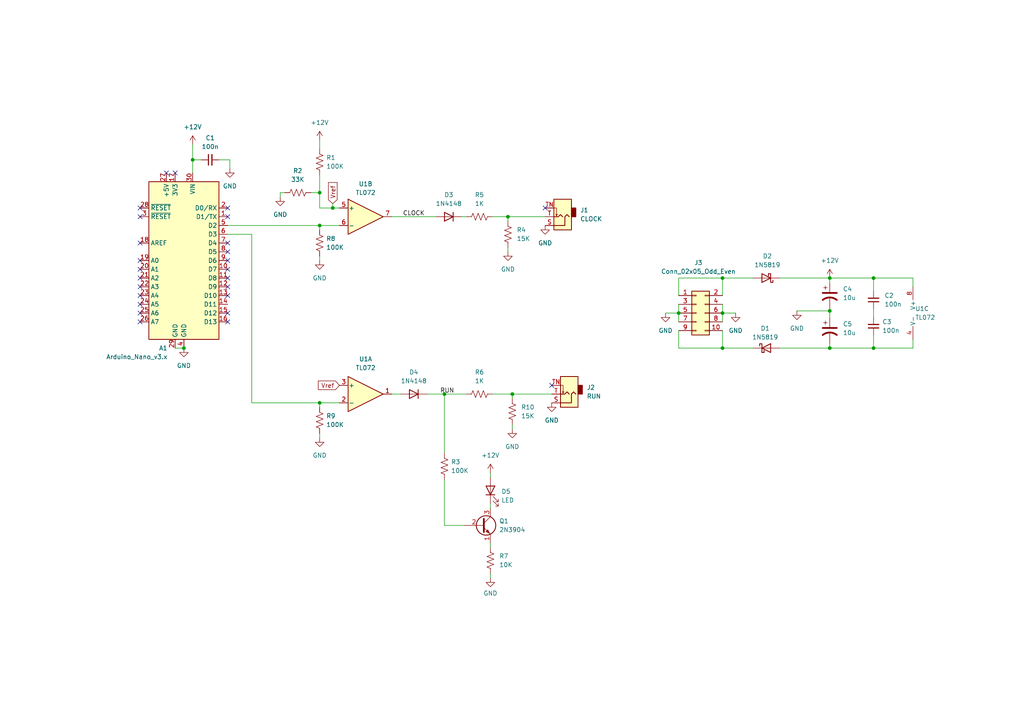
<source format=kicad_sch>
(kicad_sch (version 20230121) (generator eeschema)
  (paper "A4")
  (title_block (title "MIDI Transport Sync Interface") (date "2024-02-15") (rev "0"))
  (lib_symbols
    (symbol "Amplifier_Operational:TL072" (pin_names (offset 0.127))
      (property "Reference" "U" (at 0 5.08 0))
      (property "Value" "TL072" (at 0 -5.08 0))
      (symbol "TL072_1_1"
        (polyline (pts (xy -5.08 5.08) (xy 5.08 0) (xy -5.08 -5.08) (xy -5.08 5.08)) (stroke (width 0.254)) (fill (type background)))
        (pin output line (at 7.62 0 180) (length 2.54) (name "~") (number "1"))
        (pin input line (at -7.62 -2.54 0) (length 2.54) (name "-") (number "2"))
        (pin input line (at -7.62 2.54 0) (length 2.54) (name "+") (number "3"))
      )
      (symbol "TL072_2_1"
        (polyline (pts (xy -5.08 5.08) (xy 5.08 0) (xy -5.08 -5.08) (xy -5.08 5.08)) (stroke (width 0.254)) (fill (type background)))
        (pin input line (at -7.62 2.54 0) (length 2.54) (name "+") (number "5"))
        (pin input line (at -7.62 -2.54 0) (length 2.54) (name "-") (number "6"))
        (pin output line (at 7.62 0 180) (length 2.54) (name "~") (number "7"))
      )
      (symbol "TL072_3_1"
        (pin power_in line (at -2.54 -7.62 90) (length 3.81) (name "V-") (number "4"))
        (pin power_in line (at -2.54 7.62 270) (length 3.81) (name "V+") (number "8"))
      )
    )
    (symbol "Connector_Audio:AudioJack2_SwitchT"
      (property "Reference" "J" (at 0 8.89 0))
      (property "Value" "AudioJack2_SwitchT" (at 0 6.35 0))
      (symbol "AudioJack2_SwitchT_0_1"
        (rectangle (start -2.54 0) (end -3.81 -2.54) (stroke (width 0.254)) (fill (type outline)))
        (polyline (pts (xy 1.778 -0.254) (xy 2.032 -0.762)))
        (polyline (pts (xy 0 0) (xy 0.635 -0.635) (xy 1.27 0) (xy 2.54 0)) (stroke (width 0.254)))
        (polyline (pts (xy 2.54 -2.54) (xy 1.778 -2.54) (xy 1.778 -0.254) (xy 1.524 -0.762)))
        (polyline (pts (xy 2.54 2.54) (xy -0.635 2.54) (xy -0.635 0) (xy -1.27 -0.635) (xy -1.905 0)) (stroke (width 0.254)))
        (rectangle (start 2.54 3.81) (end -2.54 -5.08) (stroke (width 0.254)) (fill (type background)))
      )
      (symbol "AudioJack2_SwitchT_1_1"
        (pin passive line (at 5.08 2.54 180) (length 2.54) (name "~") (number "S"))
        (pin passive line (at 5.08 0 180) (length 2.54) (name "~") (number "T"))
        (pin passive line (at 5.08 -2.54 180) (length 2.54) (name "~") (number "TN"))
      )
    )
    (symbol "Connector_Generic:Conn_02x05_Odd_Even" (pin_names (offset 1.016) hide)
      (property "Reference" "J" (at 1.27 7.62 0))
      (property "Value" "Conn_02x05_Odd_Even" (at 1.27 -7.62 0))
      (symbol "Conn_02x05_Odd_Even_1_1"
        (rectangle (start -1.27 -4.953) (end 0 -5.207) (stroke (width 0.1524)))
        (rectangle (start -1.27 -2.413) (end 0 -2.667) (stroke (width 0.1524)))
        (rectangle (start -1.27 0.127) (end 0 -0.127) (stroke (width 0.1524)))
        (rectangle (start -1.27 2.667) (end 0 2.413) (stroke (width 0.1524)))
        (rectangle (start -1.27 5.207) (end 0 4.953) (stroke (width 0.1524)))
        (rectangle (start -1.27 6.35) (end 3.81 -6.35) (stroke (width 0.254)) (fill (type background)))
        (rectangle (start 3.81 -4.953) (end 2.54 -5.207) (stroke (width 0.1524)))
        (rectangle (start 3.81 -2.413) (end 2.54 -2.667) (stroke (width 0.1524)))
        (rectangle (start 3.81 0.127) (end 2.54 -0.127) (stroke (width 0.1524)))
        (rectangle (start 3.81 2.667) (end 2.54 2.413) (stroke (width 0.1524)))
        (rectangle (start 3.81 5.207) (end 2.54 4.953) (stroke (width 0.1524)))
        (pin passive line (at -5.08 5.08 0) (length 3.81) (name "Pin_1") (number "1"))
        (pin passive line (at 7.62 -5.08 180) (length 3.81) (name "Pin_10") (number "10"))
        (pin passive line (at 7.62 5.08 180) (length 3.81) (name "Pin_2") (number "2"))
        (pin passive line (at -5.08 2.54 0) (length 3.81) (name "Pin_3") (number "3"))
        (pin passive line (at 7.62 2.54 180) (length 3.81) (name "Pin_4") (number "4"))
        (pin passive line (at -5.08 0 0) (length 3.81) (name "Pin_5") (number "5"))
        (pin passive line (at 7.62 0 180) (length 3.81) (name "Pin_6") (number "6"))
        (pin passive line (at -5.08 -2.54 0) (length 3.81) (name "Pin_7") (number "7"))
        (pin passive line (at 7.62 -2.54 180) (length 3.81) (name "Pin_8") (number "8"))
        (pin passive line (at -5.08 -5.08 0) (length 3.81) (name "Pin_9") (number "9"))
      )
    )
    (symbol "Device:C_Polarized_US" (pin_numbers hide) (pin_names (offset 0.254) hide)
      (property "Reference" "C" (at 0.635 2.54 0))
      (property "Value" "C_Polarized_US" (at 0.635 -2.54 0))
      (symbol "C_Polarized_US_0_1"
        (polyline (pts (xy -2.032 0.762) (xy 2.032 0.762)) (stroke (width 0.508)))
        (polyline (pts (xy -1.778 2.286) (xy -0.762 2.286)))
        (polyline (pts (xy -1.27 1.778) (xy -1.27 2.794)))
        (arc (start 2.032 -1.27) (mid 0 -0.5572) (end -2.032 -1.27) (stroke (width 0.508)))
      )
      (symbol "C_Polarized_US_1_1"
        (pin passive line (at 0 3.81 270) (length 2.794) (name "~") (number "1"))
        (pin passive line (at 0 -3.81 90) (length 3.302) (name "~") (number "2"))
      )
    )
    (symbol "Device:C_Small" (pin_numbers hide) (pin_names (offset 0.254) hide)
      (property "Reference" "C" (at 0.254 1.778 0))
      (property "Value" "C_Small" (at 0.254 -2.032 0))
      (symbol "C_Small_0_1"
        (polyline (pts (xy -1.524 -0.508) (xy 1.524 -0.508)) (stroke (width 0.3302)))
        (polyline (pts (xy -1.524 0.508) (xy 1.524 0.508)) (stroke (width 0.3048)))
      )
      (symbol "C_Small_1_1"
        (pin passive line (at 0 2.54 270) (length 2.032) (name "~") (number "1"))
        (pin passive line (at 0 -2.54 90) (length 2.032) (name "~") (number "2"))
      )
    )
    (symbol "Device:LED" (pin_numbers hide) (pin_names (offset 1.016) hide)
      (property "Reference" "D" (at 0 2.54 0))
      (property "Value" "LED" (at 0 -2.54 0))
      (symbol "LED_0_1"
        (polyline (pts (xy -1.27 -1.27) (xy -1.27 1.27)) (stroke (width 0.254)))
        (polyline (pts (xy -1.27 0) (xy 1.27 0)))
        (polyline (pts (xy 1.27 -1.27) (xy 1.27 1.27) (xy -1.27 0) (xy 1.27 -1.27)) (stroke (width 0.254)))
        (polyline (pts (xy -3.048 -0.762) (xy -4.572 -2.286) (xy -3.81 -2.286) (xy -4.572 -2.286) (xy -4.572 -1.524)))
        (polyline (pts (xy -1.778 -0.762) (xy -3.302 -2.286) (xy -2.54 -2.286) (xy -3.302 -2.286) (xy -3.302 -1.524)))
      )
      (symbol "LED_1_1"
        (pin passive line (at -3.81 0 0) (length 2.54) (name "K") (number "1"))
        (pin passive line (at 3.81 0 180) (length 2.54) (name "A") (number "2"))
      )
    )
    (symbol "Device:R_US" (pin_numbers hide) (pin_names (offset 0))
      (property "Reference" "R" (at 2.54 0 90))
      (property "Value" "R_US" (at -2.54 0 90))
      (symbol "R_US_0_1"
        (polyline (pts (xy 0 -2.286) (xy 0 -2.54)))
        (polyline (pts (xy 0 2.286) (xy 0 2.54)))
        (polyline (pts (xy 0 -0.762) (xy 1.016 -1.143) (xy 0 -1.524) (xy -1.016 -1.905) (xy 0 -2.286)))
        (polyline (pts (xy 0 0.762) (xy 1.016 0.381) (xy 0 0) (xy -1.016 -0.381) (xy 0 -0.762)))
        (polyline (pts (xy 0 2.286) (xy 1.016 1.905) (xy 0 1.524) (xy -1.016 1.143) (xy 0 0.762)))
      )
      (symbol "R_US_1_1"
        (pin passive line (at 0 3.81 270) (length 1.27) (name "~") (number "1"))
        (pin passive line (at 0 -3.81 90) (length 1.27) (name "~") (number "2"))
      )
    )
    (symbol "Diode:1N4148" (pin_numbers hide) (pin_names hide)
      (property "Reference" "D" (at 0 2.54 0))
      (property "Value" "1N4148" (at 0 -2.54 0))
      (symbol "1N4148_0_1"
        (polyline (pts (xy -1.27 1.27) (xy -1.27 -1.27)) (stroke (width 0.254)))
        (polyline (pts (xy 1.27 0) (xy -1.27 0)))
        (polyline (pts (xy 1.27 1.27) (xy 1.27 -1.27) (xy -1.27 0) (xy 1.27 1.27)) (stroke (width 0.254)))
      )
      (symbol "1N4148_1_1"
        (pin passive line (at -3.81 0 0) (length 2.54) (name "K") (number "1"))
        (pin passive line (at 3.81 0 180) (length 2.54) (name "A") (number "2"))
      )
    )
    (symbol "Diode:1N5819" (pin_numbers hide) (pin_names (offset 1.016) hide)
      (property "Reference" "D" (at 0 2.54 0))
      (property "Value" "1N5819" (at 0 -2.54 0))
      (symbol "1N5819_0_1"
        (polyline (pts (xy 1.27 0) (xy -1.27 0)))
        (polyline (pts (xy 1.27 1.27) (xy 1.27 -1.27) (xy -1.27 0) (xy 1.27 1.27)) (stroke (width 0.254)))
        (polyline (pts (xy -1.905 0.635) (xy -1.905 1.27) (xy -1.27 1.27) (xy -1.27 -1.27) (xy -0.635 -1.27) (xy -0.635 -0.635)) (stroke (width 0.254)))
      )
      (symbol "1N5819_1_1"
        (pin passive line (at -3.81 0 0) (length 2.54) (name "K") (number "1"))
        (pin passive line (at 3.81 0 180) (length 2.54) (name "A") (number "2"))
      )
    )
    (symbol "MCU_Module:Arduino_Nano_v3.x"
      (property "Reference" "A" (at -10.16 23.495 0))
      (property "Value" "Arduino_Nano_v3.x" (at 5.08 -24.13 0))
      (symbol "Arduino_Nano_v3.x_0_1"
        (rectangle (start -10.16 22.86) (end 10.16 -22.86) (stroke (width 0.254)) (fill (type background)))
      )
      (symbol "Arduino_Nano_v3.x_1_1"
        (pin bidirectional line (at -12.7 12.7 0) (length 2.54) (name "D1/TX") (number "1"))
        (pin bidirectional line (at -12.7 -2.54 0) (length 2.54) (name "D7") (number "10"))
        (pin bidirectional line (at -12.7 -5.08 0) (length 2.54) (name "D8") (number "11"))
        (pin bidirectional line (at -12.7 -7.62 0) (length 2.54) (name "D9") (number "12"))
        (pin bidirectional line (at -12.7 -10.16 0) (length 2.54) (name "D10") (number "13"))
        (pin bidirectional line (at -12.7 -12.7 0) (length 2.54) (name "D11") (number "14"))
        (pin bidirectional line (at -12.7 -15.24 0) (length 2.54) (name "D12") (number "15"))
        (pin bidirectional line (at -12.7 -17.78 0) (length 2.54) (name "D13") (number "16"))
        (pin power_out line (at 2.54 25.4 270) (length 2.54) (name "3V3") (number "17"))
        (pin input line (at 12.7 5.08 180) (length 2.54) (name "AREF") (number "18"))
        (pin bidirectional line (at 12.7 0 180) (length 2.54) (name "A0") (number "19"))
        (pin bidirectional line (at -12.7 15.24 0) (length 2.54) (name "D0/RX") (number "2"))
        (pin bidirectional line (at 12.7 -2.54 180) (length 2.54) (name "A1") (number "20"))
        (pin bidirectional line (at 12.7 -5.08 180) (length 2.54) (name "A2") (number "21"))
        (pin bidirectional line (at 12.7 -7.62 180) (length 2.54) (name "A3") (number "22"))
        (pin bidirectional line (at 12.7 -10.16 180) (length 2.54) (name "A4") (number "23"))
        (pin bidirectional line (at 12.7 -12.7 180) (length 2.54) (name "A5") (number "24"))
        (pin bidirectional line (at 12.7 -15.24 180) (length 2.54) (name "A6") (number "25"))
        (pin bidirectional line (at 12.7 -17.78 180) (length 2.54) (name "A7") (number "26"))
        (pin power_out line (at 5.08 25.4 270) (length 2.54) (name "+5V") (number "27"))
        (pin input line (at 12.7 15.24 180) (length 2.54) (name "~{RESET}") (number "28"))
        (pin power_in line (at 2.54 -25.4 90) (length 2.54) (name "GND") (number "29"))
        (pin input line (at 12.7 12.7 180) (length 2.54) (name "~{RESET}") (number "3"))
        (pin power_in line (at -2.54 25.4 270) (length 2.54) (name "VIN") (number "30"))
        (pin power_in line (at 0 -25.4 90) (length 2.54) (name "GND") (number "4"))
        (pin bidirectional line (at -12.7 10.16 0) (length 2.54) (name "D2") (number "5"))
        (pin bidirectional line (at -12.7 7.62 0) (length 2.54) (name "D3") (number "6"))
        (pin bidirectional line (at -12.7 5.08 0) (length 2.54) (name "D4") (number "7"))
        (pin bidirectional line (at -12.7 2.54 0) (length 2.54) (name "D5") (number "8"))
        (pin bidirectional line (at -12.7 0 0) (length 2.54) (name "D6") (number "9"))
      )
    )
    (symbol "Transistor_BJT:2N3904" (pin_names (offset 0) hide)
      (property "Reference" "Q" (at 5.08 1.905 0))
      (property "Value" "2N3904" (at 5.08 0 0))
      (symbol "2N3904_0_1"
        (polyline (pts (xy 0.635 0.635) (xy 2.54 2.54)))
        (polyline (pts (xy 0.635 -0.635) (xy 2.54 -2.54) (xy 2.54 -2.54)))
        (polyline (pts (xy 0.635 1.905) (xy 0.635 -1.905) (xy 0.635 -1.905)) (stroke (width 0.508)))
        (polyline (pts (xy 1.27 -1.778) (xy 1.778 -1.27) (xy 2.286 -2.286) (xy 1.27 -1.778) (xy 1.27 -1.778)) (fill (type outline)))
        (circle (center 1.27 0) (radius 2.8194) (stroke (width 0.254)))
      )
      (symbol "2N3904_1_1"
        (pin passive line (at 2.54 -5.08 90) (length 2.54) (name "E") (number "1"))
        (pin passive line (at -5.08 0 0) (length 5.715) (name "B") (number "2"))
        (pin passive line (at 2.54 5.08 270) (length 2.54) (name "C") (number "3"))
      )
    )
    (symbol "power:+12V" (power) (pin_names (offset 0))
      (property "Value" "+12V" (at 0 3.556 0))
      (symbol "+12V_0_1"
        (polyline (pts (xy -0.762 1.27) (xy 0 2.54)))
        (polyline (pts (xy 0 0) (xy 0 2.54)))
        (polyline (pts (xy 0 2.54) (xy 0.762 1.27)))
      )
      (symbol "+12V_1_1"
        (pin power_in line (at 0 0 90) (length 0) hide (name "+12V") (number "1"))
      )
    )
    (symbol "power:GND" (power) (pin_names (offset 0))
      (property "Value" "GND" (at 0 -3.81 0))
      (symbol "GND_0_1"
        (polyline (pts (xy 0 0) (xy 0 -1.27) (xy 1.27 -1.27) (xy 0 -2.54) (xy -1.27 -1.27) (xy 0 -1.27)))
      )
      (symbol "GND_1_1"
        (pin power_in line (at 0 0 270) (length 0) hide (name "GND") (number "1"))
      )
    )
  )
  (junction (at 240.665 100.965))
  (junction (at 147.32 62.865))
  (junction (at 253.365 80.645))
  (junction (at 240.665 90.17))
  (junction (at 148.59 114.3))
  (junction (at 253.365 100.965))
  (junction (at 196.85 90.805))
  (junction (at 92.71 55.88))
  (junction (at 128.905 114.3))
  (junction (at 209.55 100.965))
  (junction (at 209.55 80.645))
  (junction (at 92.71 65.405))
  (junction (at 209.55 90.805))
  (junction (at 55.88 46.355))
  (junction (at 96.52 60.325))
  (junction (at 53.34 100.965))
  (junction (at 240.665 80.645))
  (junction (at 92.71 116.84))
  (no_connect (at 40.64 88.265))
  (no_connect (at 40.64 78.105))
  (no_connect (at 40.64 60.325))
  (no_connect (at 66.04 93.345))
  (no_connect (at 40.64 62.865))
  (no_connect (at 66.04 60.325))
  (no_connect (at 48.26 50.165))
  (no_connect (at 66.04 73.025))
  (no_connect (at 66.04 78.105))
  (no_connect (at 40.64 93.345))
  (no_connect (at 40.64 75.565))
  (no_connect (at 50.8 50.165))
  (no_connect (at 66.04 75.565))
  (no_connect (at 40.64 70.485))
  (no_connect (at 66.04 85.725))
  (no_connect (at 66.04 80.645))
  (no_connect (at 40.64 85.725))
  (no_connect (at 66.04 70.485))
  (no_connect (at 40.64 90.805))
  (no_connect (at 40.64 80.645))
  (no_connect (at 66.04 62.865))
  (no_connect (at 66.04 90.805))
  (no_connect (at 158.115 60.325))
  (no_connect (at 40.64 83.185))
  (no_connect (at 160.02 111.76))
  (no_connect (at 66.04 83.185))
  (wire (pts (xy 96.52 59.055) (xy 96.52 60.325)))
  (wire (pts (xy 240.665 90.17) (xy 231.14 90.17)))
  (wire (pts (xy 142.24 146.05) (xy 142.24 147.32)))
  (wire (pts (xy 82.55 55.88) (xy 81.28 55.88)))
  (wire (pts (xy 58.42 46.355) (xy 55.88 46.355)))
  (wire (pts (xy 92.71 66.675) (xy 92.71 65.405)))
  (wire (pts (xy 147.32 64.135) (xy 147.32 62.865)))
  (wire (pts (xy 55.88 41.91) (xy 55.88 46.355)))
  (wire (pts (xy 142.24 137.16) (xy 142.24 138.43)))
  (wire (pts (xy 135.255 62.865) (xy 133.985 62.865)))
  (wire (pts (xy 240.665 80.645) (xy 240.665 81.915)))
  (wire (pts (xy 142.24 158.75) (xy 142.24 157.48)))
  (wire (pts (xy 209.55 100.965) (xy 218.44 100.965)))
  (wire (pts (xy 113.665 114.3) (xy 116.205 114.3)))
  (wire (pts (xy 142.24 167.64) (xy 142.24 166.37)))
  (wire (pts (xy 209.55 90.805) (xy 213.36 90.805)))
  (wire (pts (xy 53.34 100.965) (xy 50.8 100.965)))
  (wire (pts (xy 196.85 85.725) (xy 196.85 80.645)))
  (wire (pts (xy 264.795 100.965) (xy 264.795 98.425)))
  (wire (pts (xy 209.55 80.645) (xy 209.55 85.725)))
  (wire (pts (xy 253.365 89.535) (xy 253.365 92.075)))
  (wire (pts (xy 240.665 100.965) (xy 253.365 100.965)))
  (wire (pts (xy 55.88 46.355) (xy 55.88 50.165)))
  (wire (pts (xy 147.32 73.025) (xy 147.32 71.755)))
  (wire (pts (xy 92.71 55.88) (xy 90.17 55.88)))
  (wire (pts (xy 226.06 80.645) (xy 240.665 80.645)))
  (wire (pts (xy 92.71 116.84) (xy 98.425 116.84)))
  (wire (pts (xy 253.365 84.455) (xy 253.365 80.645)))
  (wire (pts (xy 209.55 80.645) (xy 218.44 80.645)))
  (wire (pts (xy 126.365 62.865) (xy 113.665 62.865)))
  (wire (pts (xy 240.665 89.535) (xy 240.665 90.17)))
  (wire (pts (xy 73.025 116.84) (xy 92.71 116.84)))
  (wire (pts (xy 196.85 100.965) (xy 209.55 100.965)))
  (wire (pts (xy 128.905 114.3) (xy 135.255 114.3)))
  (wire (pts (xy 240.665 90.17) (xy 240.665 92.075)))
  (wire (pts (xy 253.365 97.155) (xy 253.365 100.965)))
  (wire (pts (xy 240.665 80.645) (xy 253.365 80.645)))
  (wire (pts (xy 148.59 114.3) (xy 160.02 114.3)))
  (wire (pts (xy 73.025 67.945) (xy 73.025 116.84)))
  (wire (pts (xy 123.825 114.3) (xy 128.905 114.3)))
  (wire (pts (xy 81.28 55.88) (xy 81.28 57.15)))
  (wire (pts (xy 142.875 114.3) (xy 148.59 114.3)))
  (wire (pts (xy 196.85 95.885) (xy 196.85 100.965)))
  (wire (pts (xy 66.675 48.895) (xy 66.675 46.355)))
  (wire (pts (xy 196.85 88.265) (xy 196.85 90.805)))
  (wire (pts (xy 134.62 152.4) (xy 128.905 152.4)))
  (wire (pts (xy 209.55 88.265) (xy 209.55 90.805)))
  (wire (pts (xy 226.06 100.965) (xy 240.665 100.965)))
  (wire (pts (xy 96.52 60.325) (xy 92.71 60.325)))
  (wire (pts (xy 98.425 60.325) (xy 96.52 60.325)))
  (wire (pts (xy 92.71 75.565) (xy 92.71 74.295)))
  (wire (pts (xy 264.795 100.965) (xy 253.365 100.965)))
  (wire (pts (xy 92.71 43.18) (xy 92.71 40.64)))
  (wire (pts (xy 92.71 127) (xy 92.71 125.73)))
  (wire (pts (xy 209.55 90.805) (xy 209.55 93.345)))
  (wire (pts (xy 209.55 95.885) (xy 209.55 100.965)))
  (wire (pts (xy 253.365 80.645) (xy 264.795 80.645)))
  (wire (pts (xy 92.71 50.8) (xy 92.71 55.88)))
  (wire (pts (xy 148.59 115.57) (xy 148.59 114.3)))
  (wire (pts (xy 92.71 60.325) (xy 92.71 55.88)))
  (wire (pts (xy 128.905 131.445) (xy 128.905 114.3)))
  (wire (pts (xy 264.795 80.645) (xy 264.795 83.185)))
  (wire (pts (xy 92.71 118.11) (xy 92.71 116.84)))
  (wire (pts (xy 148.59 124.46) (xy 148.59 123.19)))
  (wire (pts (xy 128.905 152.4) (xy 128.905 139.065)))
  (wire (pts (xy 240.665 100.965) (xy 240.665 99.695)))
  (wire (pts (xy 142.875 62.865) (xy 147.32 62.865)))
  (wire (pts (xy 66.04 67.945) (xy 73.025 67.945)))
  (wire (pts (xy 193.04 90.805) (xy 196.85 90.805)))
  (wire (pts (xy 196.85 90.805) (xy 196.85 93.345)))
  (wire (pts (xy 92.71 65.405) (xy 98.425 65.405)))
  (wire (pts (xy 66.675 46.355) (xy 63.5 46.355)))
  (wire (pts (xy 147.32 62.865) (xy 158.115 62.865)))
  (wire (pts (xy 196.85 80.645) (xy 209.55 80.645)))
  (wire (pts (xy 66.04 65.405) (xy 92.71 65.405)))
  (label "RUN" (at 127.635 114.3 0))
  (label "CLOCK" (at 116.84 62.865 0))
  (global_label "Vref" (shape input) (at 98.425 111.76 180) (property "Intersheetrefs" "${INTERSHEET_REFS}" (effects hide)))
  (global_label "Vref" (shape input) (at 96.52 59.055 90) (property "Intersheetrefs" "${INTERSHEET_REFS}" (effects hide)))
  (symbol (lib_id "Device:LED") (at 142.24 142.24 90) (unit 1)
    (property "Reference" "D5" (at 145.415 142.5575 90) (effects (justify right)))
    (property "Value" "LED" (at 145.415 145.0975 90) (effects (justify right)))
    (property "Footprint" "LED_THT:LED_D3.0mm" (effects hide))
  )
  (symbol (lib_id "power:+12V") (at 55.88 41.91 0) (unit 1)
    (property "Reference" "#PWR08" (effects hide))
    (property "Value" "+12V" (at 55.88 36.83 0))
  )
  (symbol (lib_id "Device:R_US") (at 148.59 119.38 180) (unit 1)
    (property "Reference" "R10" (at 151.13 118.11 0) (effects (justify right)))
    (property "Value" "15K" (at 151.13 120.65 0) (effects (justify right)))
  )
  (symbol (lib_id "Diode:1N4148") (at 120.015 114.3 180) (unit 1)
    (property "Reference" "D4" (at 120.015 107.95 0))
    (property "Value" "1N4148" (at 120.015 110.49 0))
    (property "Footprint" "Diode_THT:D_DO-35_SOD27_P7.62mm_Horizontal" (effects hide))
    (property "Datasheet" "https://assets.nexperia.com/documents/data-sheet/1N4148_1N4448.pdf" (effects hide))
    (property "Sim.Device" "D" (effects hide))
    (property "Sim.Pins" "1=K 2=A" (effects hide))
  )
  (symbol (lib_id "Device:C_Polarized_US") (at 240.665 85.725 0) (unit 1)
    (property "Reference" "C4" (at 244.475 83.82 0) (effects (justify left)))
    (property "Value" "10u" (at 244.475 86.36 0) (effects (justify left)))
  )
  (symbol (lib_id "Device:C_Small") (at 253.365 94.615 180) (unit 1)
    (property "Reference" "C3" (at 255.905 93.3386 0) (effects (justify right)))
    (property "Value" "100n" (at 255.905 95.8786 0) (effects (justify right)))
  )
  (symbol (lib_id "power:GND") (at 231.14 90.17 0) (mirror y) (unit 1)
    (property "Reference" "#PWR012" (effects hide))
    (property "Value" "GND" (at 231.14 95.25 0))
  )
  (symbol (lib_id "Diode:1N5819") (at 222.25 80.645 180) (unit 1)
    (property "Reference" "D2" (at 222.5675 74.295 0))
    (property "Value" "1N5819" (at 222.5675 76.835 0))
    (property "Footprint" "Diode_THT:D_DO-41_SOD81_P10.16mm_Horizontal" (effects hide))
    (property "Datasheet" "http://www.vishay.com/docs/88525/1n5817.pdf" (effects hide))
  )
  (symbol (lib_id "Amplifier_Operational:TL072") (at 106.045 62.865 0) (unit 2)
    (property "Reference" "U1" (at 106.045 53.34 0))
    (property "Value" "TL072" (at 106.045 55.88 0))
    (property "Footprint" "Package_DIP:DIP-8_W7.62mm_Socket_LongPads" (effects hide))
    (property "Datasheet" "http://www.ti.com/lit/ds/symlink/tl071.pdf" (effects hide))
  )
  (symbol (lib_id "power:GND") (at 53.34 100.965 0) (mirror y) (unit 1)
    (property "Reference" "#PWR01" (effects hide))
    (property "Value" "GND" (at 53.34 106.045 0))
  )
  (symbol (lib_id "Connector_Audio:AudioJack2_SwitchT") (at 165.1 114.3 180) (unit 1)
    (property "Reference" "J2" (at 170.18 112.395 0) (effects (justify right)))
    (property "Value" "RUN" (at 170.18 114.935 0) (effects (justify right)))
  )
  (symbol (lib_id "Device:R_US") (at 92.71 121.92 0) (unit 1)
    (property "Reference" "R9" (at 94.615 120.65 0) (effects (justify left)))
    (property "Value" "100K" (at 94.615 123.19 0) (effects (justify left)))
  )
  (symbol (lib_id "Device:R_US") (at 139.065 62.865 90) (unit 1)
    (property "Reference" "R5" (at 139.065 56.515 90))
    (property "Value" "1K" (at 139.065 59.055 90))
  )
  (symbol (lib_id "power:GND") (at 142.24 167.64 0) (mirror y) (unit 1)
    (property "Reference" "#PWR014" (effects hide))
    (property "Value" "GND" (at 142.24 172.085 0))
  )
  (symbol (lib_id "Device:R_US") (at 92.71 70.485 0) (unit 1)
    (property "Reference" "R8" (at 94.615 69.215 0) (effects (justify left)))
    (property "Value" "100K" (at 94.615 71.755 0) (effects (justify left)))
  )
  (symbol (lib_id "Device:R_US") (at 92.71 46.99 0) (unit 1)
    (property "Reference" "R1" (at 94.615 45.72 0) (effects (justify left)))
    (property "Value" "100K" (at 94.615 48.26 0) (effects (justify left)))
  )
  (symbol (lib_id "power:GND") (at 158.115 65.405 0) (mirror y) (unit 1)
    (property "Reference" "#PWR06" (effects hide))
    (property "Value" "GND" (at 158.115 70.485 0))
  )
  (symbol (lib_id "Transistor_BJT:2N3904") (at 139.7 152.4 0) (unit 1)
    (property "Reference" "Q1" (at 144.78 151.13 0) (effects (justify left)))
    (property "Value" "2N3904" (at 144.78 153.67 0) (effects (justify left)))
    (property "Footprint" "Package_TO_SOT_THT:TO-92_Inline" (effects hide))
    (property "Datasheet" "https://www.onsemi.com/pub/Collateral/2N3903-D.PDF" (effects hide))
  )
  (symbol (lib_id "MCU_Module:Arduino_Nano_v3.x") (at 53.34 75.565 0) (mirror y) (unit 1)
    (property "Reference" "A1" (at 48.6059 100.965 0) (effects (justify left)))
    (property "Value" "Arduino_Nano_v3.x" (at 48.6059 103.505 0) (effects (justify left)))
    (property "Footprint" "Module:Arduino_Nano" (effects hide))
    (property "Datasheet" "http://www.mouser.com/pdfdocs/Gravitech_Arduino_Nano3_0.pdf" (effects hide))
  )
  (symbol (lib_id "power:GND") (at 160.02 116.84 0) (mirror y) (unit 1)
    (property "Reference" "#PWR07" (effects hide))
    (property "Value" "GND" (at 160.02 121.92 0))
  )
  (symbol (lib_id "power:GND") (at 148.59 124.46 0) (mirror y) (unit 1)
    (property "Reference" "#PWR015" (effects hide))
    (property "Value" "GND" (at 148.59 129.54 0))
  )
  (symbol (lib_id "Device:R_US") (at 128.905 135.255 0) (unit 1)
    (property "Reference" "R3" (at 130.81 133.985 0) (effects (justify left)))
    (property "Value" "100K" (at 130.81 136.525 0) (effects (justify left)))
  )
  (symbol (lib_id "power:+12V") (at 92.71 40.64 0) (unit 1)
    (property "Reference" "#PWR02" (effects hide))
    (property "Value" "+12V" (at 92.71 35.56 0))
  )
  (symbol (lib_id "power:GND") (at 92.71 75.565 0) (mirror y) (unit 1)
    (property "Reference" "#PWR017" (effects hide))
    (property "Value" "GND" (at 92.71 80.645 0))
  )
  (symbol (lib_id "Amplifier_Operational:TL072") (at 267.335 90.805 0) (unit 3)
    (property "Reference" "U1" (at 265.43 89.535 0) (effects (justify left)))
    (property "Value" "TL072" (at 265.43 92.075 0) (effects (justify left)))
    (property "Footprint" "Package_DIP:DIP-8_W7.62mm_Socket_LongPads" (effects hide))
    (property "Datasheet" "http://www.ti.com/lit/ds/symlink/tl071.pdf" (effects hide))
  )
  (symbol (lib_id "power:+12V") (at 240.665 80.645 0) (unit 1)
    (property "Reference" "#PWR013" (effects hide))
    (property "Value" "+12V" (at 240.665 75.565 0))
  )
  (symbol (lib_id "Amplifier_Operational:TL072") (at 106.045 114.3 0) (unit 1)
    (property "Reference" "U1" (at 106.045 104.14 0))
    (property "Value" "TL072" (at 106.045 106.68 0))
    (property "Footprint" "Package_DIP:DIP-8_W7.62mm_Socket_LongPads" (effects hide))
    (property "Datasheet" "http://www.ti.com/lit/ds/symlink/tl071.pdf" (effects hide))
  )
  (symbol (lib_id "power:GND") (at 81.28 57.15 0) (mirror y) (unit 1)
    (property "Reference" "#PWR03" (effects hide))
    (property "Value" "GND" (at 81.28 62.23 0))
  )
  (symbol (lib_id "Device:C_Small") (at 253.365 86.995 180) (unit 1)
    (property "Reference" "C2" (at 256.54 85.7186 0) (effects (justify right)))
    (property "Value" "100n" (at 256.54 88.2586 0) (effects (justify right)))
  )
  (symbol (lib_id "Connector_Generic:Conn_02x05_Odd_Even") (at 201.93 90.805 0) (unit 1)
    (property "Reference" "J3" (at 202.565 76.2 0))
    (property "Value" "Conn_02x05_Odd_Even" (at 202.565 78.74 0))
  )
  (symbol (lib_id "Device:C_Small") (at 60.96 46.355 90) (unit 1)
    (property "Reference" "C1" (at 60.9663 40.005 90))
    (property "Value" "100n" (at 60.9663 42.545 90))
  )
  (symbol (lib_id "power:+12V") (at 142.24 137.16 0) (unit 1)
    (property "Reference" "#PWR04" (effects hide))
    (property "Value" "+12V" (at 142.24 132.08 0))
  )
  (symbol (lib_id "Device:C_Polarized_US") (at 240.665 95.885 0) (unit 1)
    (property "Reference" "C5" (at 244.475 93.98 0) (effects (justify left)))
    (property "Value" "10u" (at 244.475 96.52 0) (effects (justify left)))
  )
  (symbol (lib_id "power:GND") (at 92.71 127 0) (mirror y) (unit 1)
    (property "Reference" "#PWR016" (effects hide))
    (property "Value" "GND" (at 92.71 132.08 0))
  )
  (symbol (lib_id "Diode:1N4148") (at 130.175 62.865 180) (unit 1)
    (property "Reference" "D3" (at 130.175 56.515 0))
    (property "Value" "1N4148" (at 130.175 59.055 0))
    (property "Footprint" "Diode_THT:D_DO-35_SOD27_P7.62mm_Horizontal" (effects hide))
    (property "Datasheet" "https://assets.nexperia.com/documents/data-sheet/1N4148_1N4448.pdf" (effects hide))
    (property "Sim.Device" "D" (effects hide))
    (property "Sim.Pins" "1=K 2=A" (effects hide))
  )
  (symbol (lib_id "Connector_Audio:AudioJack2_SwitchT") (at 163.195 62.865 180) (unit 1)
    (property "Reference" "J1" (at 168.275 60.96 0) (effects (justify right)))
    (property "Value" "CLOCK" (at 168.275 63.5 0) (effects (justify right)))
  )
  (symbol (lib_id "Device:R_US") (at 147.32 67.945 180) (unit 1)
    (property "Reference" "R4" (at 149.86 66.675 0) (effects (justify right)))
    (property "Value" "15K" (at 149.86 69.215 0) (effects (justify right)))
  )
  (symbol (lib_id "power:GND") (at 193.04 90.805 0) (mirror y) (unit 1)
    (property "Reference" "#PWR010" (effects hide))
    (property "Value" "GND" (at 193.04 95.885 0))
  )
  (symbol (lib_id "Device:R_US") (at 139.065 114.3 90) (unit 1)
    (property "Reference" "R6" (at 139.065 107.95 90))
    (property "Value" "1K" (at 139.065 110.49 90))
  )
  (symbol (lib_id "power:GND") (at 66.675 48.895 0) (mirror y) (unit 1)
    (property "Reference" "#PWR09" (effects hide))
    (property "Value" "GND" (at 66.675 53.975 0))
  )
  (symbol (lib_id "power:GND") (at 147.32 73.025 0) (mirror y) (unit 1)
    (property "Reference" "#PWR05" (effects hide))
    (property "Value" "GND" (at 147.32 78.105 0))
  )
  (symbol (lib_id "Device:R_US") (at 86.36 55.88 90) (unit 1)
    (property "Reference" "R2" (at 86.36 49.53 90))
    (property "Value" "33K" (at 86.36 52.07 90))
  )
  (symbol (lib_id "Diode:1N5819") (at 222.25 100.965 0) (unit 1)
    (property "Reference" "D1" (at 221.9325 95.25 0))
    (property "Value" "1N5819" (at 221.9325 97.79 0))
    (property "Footprint" "Diode_THT:D_DO-41_SOD81_P10.16mm_Horizontal" (effects hide))
    (property "Datasheet" "http://www.vishay.com/docs/88525/1n5817.pdf" (effects hide))
  )
  (symbol (lib_id "Device:R_US") (at 142.24 162.56 0) (unit 1)
    (property "Reference" "R7" (at 144.78 161.29 0) (effects (justify left)))
    (property "Value" "10K" (at 144.78 163.83 0) (effects (justify left)))
  )
  (symbol (lib_id "power:GND") (at 213.36 90.805 0) (mirror y) (unit 1)
    (property "Reference" "#PWR011" (effects hide))
    (property "Value" "GND" (at 213.36 95.885 0))
  )
)
</source>
